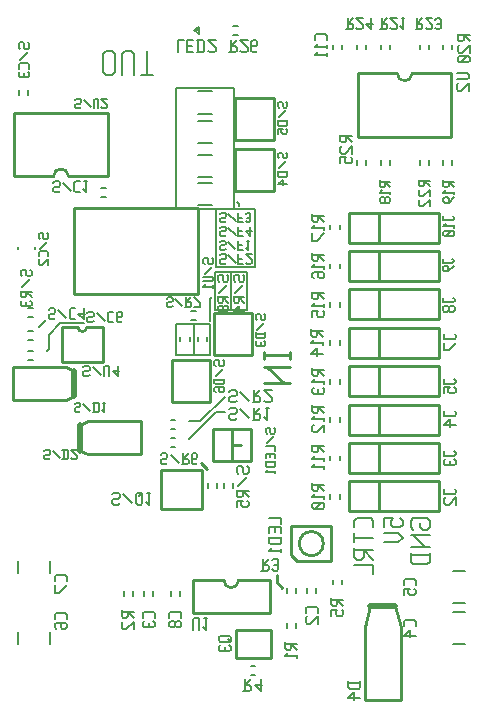
<source format=gbr>
G04 start of page 9 for group -4078 idx -4078 *
G04 Title: (unknown), bottomsilk *
G04 Creator: pcb 20110918 *
G04 CreationDate: Thu 16 Aug 2012 15:00:27 GMT UTC *
G04 For: rob *
G04 Format: Gerber/RS-274X *
G04 PCB-Dimensions: 165354 236220 *
G04 PCB-Coordinate-Origin: lower left *
%MOIN*%
%FSLAX25Y25*%
%LNBOTTOMSILK*%
%ADD114C,0.0200*%
%ADD113C,0.0080*%
%ADD112C,0.0079*%
%ADD111C,0.0087*%
%ADD110C,0.0100*%
%ADD109C,0.0079*%
G54D109*X77362Y170473D02*Y171260D01*
X69685Y169488D02*Y150394D01*
X82677Y150197D02*Y169488D01*
X69685Y150197D02*X82677D01*
X77363Y171259D02*X76576Y172046D01*
X75591Y169685D02*X56299D01*
X82677Y169488D02*X69685D01*
X75591Y210039D02*Y169685D01*
X56299Y210039D02*X75591D01*
X56299Y169685D02*Y210039D01*
G54D110*X64567Y85040D02*X66535Y83070D01*
X89764Y47637D02*Y45275D01*
X91732Y43307D01*
G54D109*X56299Y131299D02*Y121063D01*
X67717Y131299D02*X56299D01*
X67717Y121063D02*Y131299D01*
X62205D02*Y121063D01*
X56299D02*X67717D01*
X60630Y98818D02*X64173D01*
X72441Y107086D01*
X69685Y101967D02*X72441Y101968D01*
X60630Y92913D02*X69685Y101968D01*
X67520Y139568D02*X68110Y140158D01*
X67520Y132284D02*Y139568D01*
X69291Y136024D02*Y148622D01*
X79921Y136024D02*X69291D01*
X79921Y148622D02*Y136024D01*
X69291Y148622D02*X79921D01*
X74606D02*Y136024D01*
X13976Y123032D02*X13189Y122245D01*
X13976Y127756D02*Y123032D01*
X17717Y131496D02*X13976Y127756D01*
X12796Y132677D02*X10434Y130315D01*
X25591Y131496D02*X17717D01*
G54D111*X85586Y119683D02*Y121863D01*
Y120773D02*X94306D01*
Y119683D02*Y121863D01*
X85586Y117067D02*X94306D01*
X85586D02*X86676D01*
X92126Y111617D01*
X85586D02*X94306D01*
G54D109*X134621Y63436D02*X135396Y62661D01*
X134621Y63436D02*Y65761D01*
X135396Y66536D02*X134621Y65761D01*
X135396Y66536D02*X140046D01*
X140821Y65761D01*
Y63436D02*Y65761D01*
Y63436D02*X140046Y62661D01*
X138496D02*X140046D01*
X137721Y63436D02*X138496Y62661D01*
X137721Y63436D02*Y64986D01*
X134621Y60801D02*X140821D01*
X134621D02*X135396D01*
X139271Y56926D01*
X134621D02*X140821D01*
X134621Y54291D02*X140821D01*
X134621Y51966D02*X135396Y51191D01*
X140046D01*
X140821Y51966D02*X140046Y51191D01*
X140821Y51966D02*Y55066D01*
X134621Y51966D02*Y55066D01*
X125567Y63436D02*Y66536D01*
X128667D01*
X127892Y65761D01*
Y64211D02*Y65761D01*
Y64211D02*X128667Y63436D01*
X130992D01*
X131767Y64211D02*X130992Y63436D01*
X131767Y64211D02*Y65761D01*
X130992Y66536D02*X131767Y65761D01*
X125567Y61576D02*X130217D01*
X131767Y60026D01*
X130217Y58476D01*
X125567D02*X130217D01*
X121925Y63436D02*Y65761D01*
X121150Y66536D02*X121925Y65761D01*
X116500Y66536D02*X121150D01*
X116500D02*X115725Y65761D01*
Y63436D02*Y65761D01*
Y58476D02*Y61576D01*
Y60026D02*X121925D01*
X115725Y53516D02*Y56616D01*
Y53516D02*X116500Y52741D01*
X118050D01*
X118825Y53516D02*X118050Y52741D01*
X118825Y53516D02*Y55841D01*
X115725D02*X121925D01*
X118825D02*X121925Y52741D01*
X115725Y50881D02*X121925D01*
Y47781D02*Y50881D01*
G54D112*X31898Y215179D02*Y221119D01*
Y215179D02*X32888Y214189D01*
X34868D01*
X35858Y215179D01*
Y221119D01*
X34868Y222109D02*X35858Y221119D01*
X32888Y222109D02*X34868D01*
X31898Y221119D02*X32888Y222109D01*
X38234Y214189D02*Y221119D01*
X39224Y222109D01*
X41204D01*
X42194Y221119D01*
Y214189D02*Y221119D01*
X44570Y214189D02*X48530D01*
X46550D02*Y222109D01*
G54D113*X3544Y28542D02*Y24606D01*
X14172Y28542D02*Y24606D01*
Y52164D02*Y48228D01*
X3544Y52164D02*Y48228D01*
G54D110*X54938Y119224D02*X67738D01*
X54938D02*Y105324D01*
X67738D01*
Y119224D02*Y105324D01*
G54D109*X54492Y99146D02*X56066D01*
X54492Y96130D02*X56066D01*
X54492Y93240D02*X56066D01*
X54492Y90224D02*X56066D01*
X57610Y42161D02*Y40587D01*
X54594Y42161D02*Y40587D01*
X48752Y42161D02*Y40587D01*
X45736Y42161D02*Y40587D01*
X41861Y42161D02*Y40587D01*
X38845Y42161D02*Y40587D01*
G54D110*X51180Y82481D02*X65080D01*
Y69681D01*
X51180D02*X65080D01*
X51180Y82481D02*Y69681D01*
X26934Y87807D02*X24334Y89007D01*
X44534Y87807D02*X26934D01*
X44534Y98807D02*Y87807D01*
X26934Y98807D02*X44534D01*
X24334Y97607D02*X26934Y98807D01*
G54D114*X24334Y89007D02*Y97607D01*
G54D110*X19523Y116917D02*X22123Y115717D01*
X1923Y116917D02*X19523D01*
X1923D02*Y105917D01*
X19523D01*
X22123Y107117D02*X19523Y105917D01*
G54D114*X22123Y115717D02*Y107117D01*
G54D109*X63940Y227952D02*Y230314D01*
X62366Y229133D02*X63940Y230314D01*
X62366Y229133D02*X63940Y227952D01*
X62366Y229133D02*X63940D01*
G54D113*X63582Y180117D02*X68306D01*
X63582Y187597D02*X68306D01*
X63582Y201378D02*X68306D01*
X63582Y208858D02*X68306D01*
X63582Y170866D02*X68306D01*
X63582Y178346D02*X68306D01*
X63582Y191536D02*X68306D01*
X63582Y199016D02*X68306D01*
G54D110*X20413Y180439D02*X33479D01*
X2347D02*X15413D01*
X33479Y201651D02*Y180439D01*
X2347Y201651D02*X33479D01*
X2347D02*Y180439D01*
X20413D02*G75*G03X15413Y180439I-2500J0D01*G01*
G54D109*X31263Y176705D02*X32837D01*
X31263Y173689D02*X32837D01*
X4003Y209216D02*Y207642D01*
X7019Y209216D02*Y207642D01*
X75197Y227625D02*X76771D01*
X75197Y230641D02*X76771D01*
X110760Y100196D02*Y98622D01*
X107744Y100196D02*Y98622D01*
X110760Y74605D02*Y73031D01*
X107744Y74605D02*Y73031D01*
X110760Y87401D02*Y85827D01*
X107744Y87401D02*Y85827D01*
G54D110*X113937Y130000D02*X143937D01*
Y120000D01*
X113937D02*X143937D01*
X113937Y130000D02*Y120000D01*
X123937Y130000D02*Y120000D01*
X113937D02*X123937D01*
X113937Y117204D02*X143937D01*
Y107204D01*
X113937D02*X143937D01*
X113937Y117204D02*Y107204D01*
X123937Y117204D02*Y107204D01*
X113937D02*X123937D01*
X113937Y104409D02*X143937D01*
Y94409D01*
X113937D02*X143937D01*
X113937Y104409D02*Y94409D01*
X123937Y104409D02*Y94409D01*
X113937D02*X123937D01*
X113937Y91614D02*X143937D01*
Y81614D01*
X113937D02*X143937D01*
X113937Y91614D02*Y81614D01*
X123937Y91614D02*Y81614D01*
X113937D02*X123937D01*
G54D109*X110760Y112991D02*Y111417D01*
X107744Y112991D02*Y111417D01*
X110760Y125787D02*Y124213D01*
X107744Y125787D02*Y124213D01*
X110760Y149803D02*Y151377D01*
X107744Y149803D02*Y151377D01*
G54D110*X113937Y142795D02*X143937D01*
Y132795D01*
X113937D02*X143937D01*
X113937Y142795D02*Y132795D01*
X123937Y142795D02*Y132795D01*
X113937D02*X123937D01*
G54D109*X110760Y138582D02*Y137008D01*
X107744Y138582D02*Y137008D01*
G54D110*X113937Y155590D02*X143937D01*
Y145590D01*
X113937D02*X143937D01*
X113937Y155590D02*Y145590D01*
X123937Y155590D02*Y145590D01*
X113937D02*X123937D01*
X18148Y130241D02*Y118441D01*
X32048D01*
Y130241D02*Y118441D01*
X26648Y130241D02*X32048D01*
X18148D02*X23548D01*
G75*G03X26548Y130241I1500J0D01*G01*
G54D109*X7088Y133531D02*X8662D01*
X7088Y136547D02*X8662D01*
G54D110*X63618Y169812D02*Y141312D01*
X22218Y169812D02*X63618D01*
X22218D02*Y141312D01*
X63618D01*
G54D113*X3741Y156888D02*Y156102D01*
X9251Y156888D02*Y156102D01*
G54D109*X6854Y129067D02*X8428D01*
X6854Y126051D02*X8428D01*
X7087Y119358D02*X8661D01*
X7087Y122374D02*X8661D01*
G54D110*X81633Y120890D02*X68833D01*
X81633Y134790D02*Y120890D01*
X68833Y134790D02*X81633D01*
X68833Y120890D02*Y134790D01*
G54D109*X66469Y127004D02*Y125430D01*
X63453Y127004D02*Y125430D01*
X61185Y132744D02*X62759D01*
X61185Y135760D02*X62759D01*
X60761Y127004D02*Y125430D01*
X57745Y127004D02*Y125430D01*
X93373Y43306D02*Y41732D01*
X96389Y43306D02*Y41732D01*
X93374Y31495D02*Y29921D01*
X96390Y31495D02*Y29921D01*
X100067Y43306D02*Y41732D01*
X103083Y43306D02*Y41732D01*
X108728Y46062D02*Y44488D01*
X111744Y46062D02*Y44488D01*
G54D110*X94688Y54170D02*Y63970D01*
X108068D01*
Y52170D01*
X96688D01*
X94688Y54170D02*X96688Y52170D01*
X97378Y58070D02*G75*G03X97378Y58070I4000J0D01*G01*
X87456Y45881D02*Y34905D01*
X61834D02*X87456D01*
X61834Y45881D02*Y34905D01*
X77145Y45881D02*X87456D01*
X61834D02*X72145D01*
G75*G03X77145Y45881I2500J0D01*G01*
G54D109*X81103Y14240D02*X82677D01*
X81103Y17256D02*X82677D01*
G54D110*X76130Y19906D02*X88030D01*
X76130Y29306D02*Y19906D01*
Y29306D02*X88030D01*
Y19906D01*
X74803Y90944D02*X77803D01*
X74803Y96244D02*Y85644D01*
X68503D02*X81103D01*
Y96244D02*Y85644D01*
X68503Y96244D02*X81103D01*
X68503D02*Y85644D01*
G54D109*X66799Y78185D02*Y76611D01*
X69815Y78185D02*Y76611D01*
X72311Y78185D02*Y76611D01*
X75327Y78185D02*Y76611D01*
G54D113*X148623Y38386D02*X152559D01*
X148623Y49014D02*X152559D01*
X148623Y24607D02*X152559D01*
X148623Y35235D02*X152559D01*
G54D110*X113937Y78818D02*X143937D01*
Y68818D01*
X113937D02*X143937D01*
X113937Y78818D02*Y68818D01*
X123937Y78818D02*Y68818D01*
X113937D02*X123937D01*
X120991Y37106D02*X119291Y30106D01*
Y5806D01*
X131103D01*
Y30106D02*Y5806D01*
X129403Y37106D02*X131103Y30106D01*
G54D114*X120991Y37106D02*X129403D01*
G54D110*X88880Y192672D02*X76080D01*
X88880Y206572D02*Y192672D01*
X76080Y206572D02*X88880D01*
X76080Y192672D02*Y206572D01*
Y189611D02*X88880D01*
X76080D02*Y175711D01*
X88880D01*
Y189611D02*Y175711D01*
G54D109*X110760Y164369D02*Y162795D01*
X107744Y164369D02*Y162795D01*
G54D110*X113937Y168385D02*X143937D01*
Y158385D01*
X113937D02*X143937D01*
X113937Y168385D02*Y158385D01*
X123937Y168385D02*Y158385D01*
X113937D02*X123937D01*
G54D109*X108728Y224409D02*Y222835D01*
X111744Y224409D02*Y222835D01*
X148358Y224409D02*Y222835D01*
X145342Y224409D02*Y222835D01*
X127492Y224409D02*Y222835D01*
X124476Y224409D02*Y222835D01*
X137468Y224409D02*Y222835D01*
X140484Y224409D02*Y222835D01*
G54D110*X116914Y214837D02*X129980D01*
X134980D02*X148046D01*
X116914D02*Y193625D01*
X148046D01*
Y214837D02*Y193625D01*
X129980Y214837D02*G75*G03X134980Y214837I2500J0D01*G01*
G54D109*X116602Y224409D02*Y222835D01*
X119618Y224409D02*Y222835D01*
X140484Y185825D02*Y184251D01*
X137468Y185825D02*Y184251D01*
X145342Y185826D02*Y184252D01*
X148358Y185826D02*Y184252D01*
X119618Y185826D02*Y184252D01*
X116602Y185826D02*Y184252D01*
X124475Y185827D02*Y184253D01*
X127491Y185827D02*Y184253D01*
X56853Y221866D02*Y225866D01*
X58853D01*
X60053Y223866D02*X61553D01*
X60053Y225866D02*X62053D01*
X60053Y221866D02*Y225866D01*
Y221866D02*X62053D01*
X63753D02*Y225866D01*
X65253Y221866D02*X65753Y222366D01*
Y225366D01*
X65253Y225866D02*X65753Y225366D01*
X63253Y225866D02*X65253D01*
X63253Y221866D02*X65253D01*
X66953Y222366D02*X67453Y221866D01*
X68953D01*
X69453Y222366D01*
Y223366D01*
X66953Y225866D02*X69453Y223366D01*
X66953Y225866D02*X69453D01*
X90216Y203799D02*X90606Y203409D01*
X90216Y203799D02*Y204969D01*
X90606Y205359D02*X90216Y204969D01*
X90606Y205359D02*X91386D01*
X91776Y204969D01*
Y203799D02*Y204969D01*
Y203799D02*X92166Y203409D01*
X92946D01*
X93336Y203799D02*X92946Y203409D01*
X93336Y203799D02*Y204969D01*
X92946Y205359D02*X93336Y204969D01*
X92946Y202473D02*X90606Y200133D01*
X90216Y198807D02*X93336D01*
X90216Y197637D02*X90606Y197247D01*
X92946D01*
X93336Y197637D02*X92946Y197247D01*
X93336Y197637D02*Y199197D01*
X90216Y197637D02*Y199197D01*
Y194751D02*Y196311D01*
X91776D01*
X91386Y195921D01*
Y195141D02*Y195921D01*
Y195141D02*X91776Y194751D01*
X92946D01*
X93336Y195141D02*X92946Y194751D01*
X93336Y195141D02*Y195921D01*
X92946Y196311D02*X93336Y195921D01*
X24166Y203148D02*X24556Y203538D01*
X22996Y203148D02*X24166D01*
X22606Y203538D02*X22996Y203148D01*
X22606Y203538D02*Y204318D01*
X22996Y204708D01*
X24166D01*
X24556Y205098D01*
Y205878D01*
X24166Y206268D02*X24556Y205878D01*
X22996Y206268D02*X24166D01*
X22606Y205878D02*X22996Y206268D01*
X25492Y205878D02*X27832Y203538D01*
X28768Y203148D02*Y205878D01*
X29158Y206268D01*
X29938D01*
X30328Y205878D01*
Y203148D02*Y205878D01*
X31264Y203538D02*X31654Y203148D01*
X32824D01*
X33214Y203538D01*
Y204318D01*
X31264Y206268D02*X33214Y204318D01*
X31264Y206268D02*X33214D01*
X74016Y221866D02*X76016D01*
X76516Y222366D01*
Y223366D01*
X76016Y223866D02*X76516Y223366D01*
X74516Y223866D02*X76016D01*
X74516Y221866D02*Y225866D01*
Y223866D02*X76516Y225866D01*
X77716Y222366D02*X78216Y221866D01*
X79716D01*
X80216Y222366D01*
Y223366D01*
X77716Y225866D02*X80216Y223366D01*
X77716Y225866D02*X80216D01*
X82916Y221866D02*X83416Y222366D01*
X81916Y221866D02*X82916D01*
X81416Y222366D02*X81916Y221866D01*
X81416Y222366D02*Y225366D01*
X81916Y225866D01*
X82916Y223866D02*X83416Y224366D01*
X81416Y223866D02*X82916D01*
X81916Y225866D02*X82916D01*
X83416Y225366D01*
Y224366D02*Y225366D01*
X3843Y223417D02*X4288Y222972D01*
X3843Y223417D02*Y224752D01*
X4288Y225197D02*X3843Y224752D01*
X4288Y225197D02*X5178D01*
X5623Y224752D01*
Y223417D02*Y224752D01*
Y223417D02*X6068Y222972D01*
X6958D01*
X7403Y223417D02*X6958Y222972D01*
X7403Y223417D02*Y224752D01*
X6958Y225197D02*X7403Y224752D01*
X6958Y221904D02*X4288Y219234D01*
X7403Y216386D02*Y217721D01*
X6958Y218166D02*X7403Y217721D01*
X4288Y218166D02*X6958D01*
X4288D02*X3843Y217721D01*
Y216386D02*Y217721D01*
X4288Y215318D02*X3843Y214873D01*
Y213983D02*Y214873D01*
Y213983D02*X4288Y213538D01*
X6958D01*
X7403Y213983D02*X6958Y213538D01*
X7403Y213983D02*Y214873D01*
X6958Y215318D02*X7403Y214873D01*
X5623Y213538D02*Y214873D01*
X101593Y165913D02*Y167913D01*
Y165913D02*X102093Y165413D01*
X103093D01*
X103593Y165913D02*X103093Y165413D01*
X103593Y165913D02*Y167413D01*
X101593D02*X105593D01*
X103593D02*X105593Y165413D01*
Y162713D02*Y163713D01*
X101593Y163213D02*X105593D01*
X102593Y164213D02*X101593Y163213D01*
X105593Y161513D02*X103093Y159013D01*
X101593D02*X103093D01*
X101593D02*Y161513D01*
X145403Y165830D02*Y167165D01*
Y165830D02*X148518D01*
X148963Y166275D02*X148518Y165830D01*
X148963Y166275D02*Y166720D01*
X148518Y167165D02*X148963Y166720D01*
Y163427D02*Y164317D01*
X145403Y163872D02*X148963D01*
X146293Y164762D02*X145403Y163872D01*
X148518Y162359D02*X148963Y161914D01*
X145848Y162359D02*X148518D01*
X145848D02*X145403Y161914D01*
Y161024D02*Y161914D01*
Y161024D02*X145848Y160579D01*
X148518D01*
X148963Y161024D02*X148518Y160579D01*
X148963Y161024D02*Y161914D01*
X148073Y162359D02*X146293Y160579D01*
X10425Y160055D02*X10815Y159665D01*
X10425Y160055D02*Y161225D01*
X10815Y161615D02*X10425Y161225D01*
X10815Y161615D02*X11595D01*
X11985Y161225D01*
Y160055D02*Y161225D01*
Y160055D02*X12375Y159665D01*
X13155D01*
X13545Y160055D02*X13155Y159665D01*
X13545Y160055D02*Y161225D01*
X13155Y161615D02*X13545Y161225D01*
X13155Y158729D02*X10815Y156389D01*
X13545Y153893D02*Y155063D01*
X13155Y155453D02*X13545Y155063D01*
X10815Y155453D02*X13155D01*
X10815D02*X10425Y155063D01*
Y153893D02*Y155063D01*
X10815Y152957D02*X10425Y152567D01*
Y151397D02*Y152567D01*
Y151397D02*X10815Y151007D01*
X11595D01*
X13545Y152957D02*X11595Y151007D01*
X13545D02*Y152957D01*
X72425Y160622D02*X72815Y161012D01*
X71255Y160622D02*X72425D01*
X70865Y161012D02*X71255Y160622D01*
X70865Y161012D02*Y161792D01*
X71255Y162182D01*
X72425D01*
X72815Y162572D01*
Y163352D01*
X72425Y163742D02*X72815Y163352D01*
X71255Y163742D02*X72425D01*
X70865Y163352D02*X71255Y163742D01*
X73751Y163352D02*X76091Y161012D01*
X77027Y160622D02*Y163742D01*
Y160622D02*X78587D01*
X77027Y162182D02*X78197D01*
X79523D02*X81083Y160622D01*
X79523Y162182D02*X81473D01*
X81083Y160622D02*Y163742D01*
X90214Y186869D02*X90604Y186479D01*
X90214Y186869D02*Y188039D01*
X90604Y188429D02*X90214Y188039D01*
X90604Y188429D02*X91384D01*
X91774Y188039D01*
Y186869D02*Y188039D01*
Y186869D02*X92164Y186479D01*
X92944D01*
X93334Y186869D02*X92944Y186479D01*
X93334Y186869D02*Y188039D01*
X92944Y188429D02*X93334Y188039D01*
X92944Y185543D02*X90604Y183203D01*
X90214Y181877D02*X93334D01*
X90214Y180707D02*X90604Y180317D01*
X92944D01*
X93334Y180707D02*X92944Y180317D01*
X93334Y180707D02*Y182267D01*
X90214Y180707D02*Y182267D01*
X91774Y179381D02*X90214Y177821D01*
X91774Y177431D02*Y179381D01*
X90214Y177821D02*X93334D01*
X145379Y177354D02*Y179134D01*
Y177354D02*X145824Y176909D01*
X146714D01*
X147159Y177354D02*X146714Y176909D01*
X147159Y177354D02*Y178689D01*
X145379D02*X148939D01*
X147159D02*X148939Y176909D01*
Y174506D02*Y175396D01*
X145379Y174951D02*X148939D01*
X146269Y175841D02*X145379Y174951D01*
X148939Y173438D02*X147159Y171658D01*
X145824D02*X147159D01*
X145379Y172103D02*X145824Y171658D01*
X145379Y172103D02*Y172993D01*
X145824Y173438D02*X145379Y172993D01*
X145824Y173438D02*X146714D01*
X147159Y172993D01*
Y171658D02*Y172993D01*
X124117Y177354D02*Y179134D01*
Y177354D02*X124562Y176909D01*
X125452D01*
X125897Y177354D02*X125452Y176909D01*
X125897Y177354D02*Y178689D01*
X124117D02*X127677D01*
X125897D02*X127677Y176909D01*
Y174506D02*Y175396D01*
X124117Y174951D02*X127677D01*
X125007Y175841D02*X124117Y174951D01*
X127232Y173438D02*X127677Y172993D01*
X126342Y173438D02*X127232D01*
X126342D02*X125897Y172993D01*
Y172103D02*Y172993D01*
Y172103D02*X126342Y171658D01*
X127232D01*
X127677Y172103D02*X127232Y171658D01*
X127677Y172103D02*Y172993D01*
X125452Y173438D02*X125897Y172993D01*
X124562Y173438D02*X125452D01*
X124562D02*X124117Y172993D01*
Y172103D02*Y172993D01*
Y172103D02*X124562Y171658D01*
X125452D01*
X125897Y172103D02*X125452Y171658D01*
X72424Y155897D02*X72814Y156287D01*
X71254Y155897D02*X72424D01*
X70864Y156287D02*X71254Y155897D01*
X70864Y156287D02*Y157067D01*
X71254Y157457D01*
X72424D01*
X72814Y157847D01*
Y158627D01*
X72424Y159017D02*X72814Y158627D01*
X71254Y159017D02*X72424D01*
X70864Y158627D02*X71254Y159017D01*
X73750Y158627D02*X76090Y156287D01*
X77026Y155897D02*Y159017D01*
Y155897D02*X78586D01*
X77026Y157457D02*X78196D01*
X79912Y159017D02*X80692D01*
X80302Y155897D02*Y159017D01*
X79522Y156677D02*X80302Y155897D01*
X72425Y165150D02*X72815Y165540D01*
X71255Y165150D02*X72425D01*
X70865Y165540D02*X71255Y165150D01*
X70865Y165540D02*Y166320D01*
X71255Y166710D01*
X72425D01*
X72815Y167100D01*
Y167880D01*
X72425Y168270D02*X72815Y167880D01*
X71255Y168270D02*X72425D01*
X70865Y167880D02*X71255Y168270D01*
X73751Y167880D02*X76091Y165540D01*
X77027Y165150D02*Y168270D01*
Y165150D02*X78587D01*
X77027Y166710D02*X78197D01*
X79523Y165540D02*X79913Y165150D01*
X80693D01*
X81083Y165540D01*
Y167880D01*
X80693Y168270D02*X81083Y167880D01*
X79913Y168270D02*X80693D01*
X79523Y167880D02*X79913Y168270D01*
Y166710D02*X81083D01*
X72426Y151370D02*X72816Y151760D01*
X71256Y151370D02*X72426D01*
X70866Y151760D02*X71256Y151370D01*
X70866Y151760D02*Y152540D01*
X71256Y152930D01*
X72426D01*
X72816Y153320D01*
Y154100D01*
X72426Y154490D02*X72816Y154100D01*
X71256Y154490D02*X72426D01*
X70866Y154100D02*X71256Y154490D01*
X73752Y154100D02*X76092Y151760D01*
X77028Y151370D02*Y154490D01*
Y151370D02*X78588D01*
X77028Y152930D02*X78198D01*
X79524Y151760D02*X79914Y151370D01*
X81084D01*
X81474Y151760D01*
Y152540D01*
X79524Y154490D02*X81474Y152540D01*
X79524Y154490D02*X81474D01*
X137307Y177549D02*Y179329D01*
Y177549D02*X137752Y177104D01*
X138642D01*
X139087Y177549D02*X138642Y177104D01*
X139087Y177549D02*Y178884D01*
X137307D02*X140867D01*
X139087D02*X140867Y177104D01*
X137752Y176036D02*X137307Y175591D01*
Y174256D02*Y175591D01*
Y174256D02*X137752Y173811D01*
X138642D01*
X140867Y176036D02*X138642Y173811D01*
X140867D02*Y176036D01*
X137752Y172743D02*X137307Y172298D01*
Y170963D02*Y172298D01*
Y170963D02*X137752Y170518D01*
X138642D01*
X140867Y172743D02*X138642Y170518D01*
X140867D02*Y172743D01*
X111039Y192291D02*Y194291D01*
Y192291D02*X111539Y191791D01*
X112539D01*
X113039Y192291D02*X112539Y191791D01*
X113039Y192291D02*Y193791D01*
X111039D02*X115039D01*
X113039D02*X115039Y191791D01*
X111539Y190591D02*X111039Y190091D01*
Y188591D02*Y190091D01*
Y188591D02*X111539Y188091D01*
X112539D01*
X115039Y190591D02*X112539Y188091D01*
X115039D02*Y190591D01*
X111039Y184891D02*Y186891D01*
X113039D01*
X112539Y186391D01*
Y185391D02*Y186391D01*
Y185391D02*X113039Y184891D01*
X114539D01*
X115039Y185391D02*X114539Y184891D01*
X115039Y185391D02*Y186391D01*
X114539Y186891D02*X115039Y186391D01*
X101592Y152884D02*Y154884D01*
Y152884D02*X102092Y152384D01*
X103092D01*
X103592Y152884D02*X103092Y152384D01*
X103592Y152884D02*Y154384D01*
X101592D02*X105592D01*
X103592D02*X105592Y152384D01*
Y149684D02*Y150684D01*
X101592Y150184D02*X105592D01*
X102592Y151184D02*X101592Y150184D01*
Y146984D02*X102092Y146484D01*
X101592Y146984D02*Y147984D01*
X102092Y148484D02*X101592Y147984D01*
X102092Y148484D02*X105092D01*
X105592Y147984D01*
X103592Y146984D02*X104092Y146484D01*
X103592Y146984D02*Y148484D01*
X105592Y146984D02*Y147984D01*
Y146984D02*X105092Y146484D01*
X104092D02*X105092D01*
X145118Y138501D02*Y140001D01*
Y138501D02*X148618D01*
X149118Y139001D02*X148618Y138501D01*
X149118Y139001D02*Y139501D01*
X148618Y140001D02*X149118Y139501D01*
X148618Y137301D02*X149118Y136801D01*
X147618Y137301D02*X148618D01*
X147618D02*X147118Y136801D01*
Y135801D02*Y136801D01*
Y135801D02*X147618Y135301D01*
X148618D01*
X149118Y135801D02*X148618Y135301D01*
X149118Y135801D02*Y136801D01*
X146618Y137301D02*X147118Y136801D01*
X145618Y137301D02*X146618D01*
X145618D02*X145118Y136801D01*
Y135801D02*Y136801D01*
Y135801D02*X145618Y135301D01*
X146618D01*
X147118Y135801D02*X146618Y135301D01*
X145710Y126295D02*Y127795D01*
Y126295D02*X149210D01*
X149710Y126795D02*X149210Y126295D01*
X149710Y126795D02*Y127295D01*
X149210Y127795D02*X149710Y127295D01*
Y125095D02*X147210Y122595D01*
X145710D02*X147210D01*
X145710D02*Y125095D01*
X145205Y151656D02*Y152991D01*
Y151656D02*X148320D01*
X148765Y152101D02*X148320Y151656D01*
X148765Y152101D02*Y152546D01*
X148320Y152991D02*X148765Y152546D01*
Y150588D02*X146985Y148808D01*
X145650D02*X146985D01*
X145205Y149253D02*X145650Y148808D01*
X145205Y149253D02*Y150143D01*
X145650Y150588D02*X145205Y150143D01*
X145650Y150588D02*X146540D01*
X146985Y150143D01*
Y148808D02*Y150143D01*
X82892Y133062D02*X83282Y132672D01*
X82892Y133062D02*Y134232D01*
X83282Y134622D02*X82892Y134232D01*
X83282Y134622D02*X84062D01*
X84452Y134232D01*
Y133062D02*Y134232D01*
Y133062D02*X84842Y132672D01*
X85622D01*
X86012Y133062D02*X85622Y132672D01*
X86012Y133062D02*Y134232D01*
X85622Y134622D02*X86012Y134232D01*
X85622Y131736D02*X83282Y129396D01*
X82892Y128070D02*X86012D01*
X82892Y126900D02*X83282Y126510D01*
X85622D01*
X86012Y126900D02*X85622Y126510D01*
X86012Y126900D02*Y128460D01*
X82892Y126900D02*Y128460D01*
X83282Y125574D02*X82892Y125184D01*
Y124404D02*Y125184D01*
Y124404D02*X83282Y124014D01*
X85622D01*
X86012Y124404D02*X85622Y124014D01*
X86012Y124404D02*Y125184D01*
X85622Y125574D02*X86012Y125184D01*
X84452Y124014D02*Y125184D01*
X65387Y151624D02*X65777Y151234D01*
X65387Y151624D02*Y152794D01*
X65777Y153184D02*X65387Y152794D01*
X65777Y153184D02*X66557D01*
X66947Y152794D01*
Y151624D02*Y152794D01*
Y151624D02*X67337Y151234D01*
X68117D01*
X68507Y151624D02*X68117Y151234D01*
X68507Y151624D02*Y152794D01*
X68117Y153184D02*X68507Y152794D01*
X68117Y150298D02*X65777Y147958D01*
X65387Y147022D02*X68117D01*
X68507Y146632D01*
Y145852D02*Y146632D01*
Y145852D02*X68117Y145462D01*
X65387D02*X68117D01*
X68507Y143356D02*Y144136D01*
X65387Y143746D02*X68507D01*
X66167Y144526D02*X65387Y143746D01*
X75496Y145858D02*X75941Y145413D01*
X75496Y145858D02*Y147193D01*
X75941Y147638D02*X75496Y147193D01*
X75941Y147638D02*X76831D01*
X77276Y147193D01*
Y145858D02*Y147193D01*
Y145858D02*X77721Y145413D01*
X78611D01*
X79056Y145858D02*X78611Y145413D01*
X79056Y145858D02*Y147193D01*
X78611Y147638D02*X79056Y147193D01*
X78611Y144345D02*X75941Y141675D01*
X75496Y138827D02*Y140607D01*
Y138827D02*X75941Y138382D01*
X76831D01*
X77276Y138827D02*X76831Y138382D01*
X77276Y138827D02*Y140162D01*
X75496D02*X79056D01*
X77276D02*X79056Y138382D01*
X77276Y137314D02*X75496Y135534D01*
X77276Y135089D02*Y137314D01*
X75496Y135534D02*X79056D01*
X70181Y145858D02*X70626Y145413D01*
X70181Y145858D02*Y147193D01*
X70626Y147638D02*X70181Y147193D01*
X70626Y147638D02*X71516D01*
X71961Y147193D01*
Y145858D02*Y147193D01*
Y145858D02*X72406Y145413D01*
X73296D01*
X73741Y145858D02*X73296Y145413D01*
X73741Y145858D02*Y147193D01*
X73296Y147638D02*X73741Y147193D01*
X73296Y144345D02*X70626Y141675D01*
X70181Y138827D02*Y140607D01*
Y138827D02*X70626Y138382D01*
X71516D01*
X71961Y138827D02*X71516Y138382D01*
X71961Y138827D02*Y140162D01*
X70181D02*X73741D01*
X71961D02*X73741Y138382D01*
X73296Y137314D02*X73741Y136869D01*
X72406Y137314D02*X73296D01*
X72406D02*X71961Y136869D01*
Y135979D02*Y136869D01*
Y135979D02*X72406Y135534D01*
X73296D01*
X73741Y135979D02*X73296Y135534D01*
X73741Y135979D02*Y136869D01*
X71516Y137314D02*X71961Y136869D01*
X70626Y137314D02*X71516D01*
X70626D02*X70181Y136869D01*
Y135979D02*Y136869D01*
Y135979D02*X70626Y135534D01*
X71516D01*
X71961Y135979D02*X71516Y135534D01*
X101591Y140055D02*Y142055D01*
Y140055D02*X102091Y139555D01*
X103091D01*
X103591Y140055D02*X103091Y139555D01*
X103591Y140055D02*Y141555D01*
X101591D02*X105591D01*
X103591D02*X105591Y139555D01*
Y136855D02*Y137855D01*
X101591Y137355D02*X105591D01*
X102591Y138355D02*X101591Y137355D01*
Y133655D02*Y135655D01*
X103591D01*
X103091Y135155D01*
Y134155D02*Y135155D01*
Y134155D02*X103591Y133655D01*
X105091D01*
X105591Y134155D02*X105091Y133655D01*
X105591Y134155D02*Y135155D01*
X105091Y135655D02*X105591Y135155D01*
X54710Y137000D02*X55100Y137390D01*
X53540Y137000D02*X54710D01*
X53150Y137390D02*X53540Y137000D01*
X53150Y137390D02*Y138170D01*
X53540Y138560D01*
X54710D01*
X55100Y138950D01*
Y139730D01*
X54710Y140120D02*X55100Y139730D01*
X53540Y140120D02*X54710D01*
X53150Y139730D02*X53540Y140120D01*
X56036Y139730D02*X58376Y137390D01*
X59312Y137000D02*X60872D01*
X61262Y137390D01*
Y138170D01*
X60872Y138560D02*X61262Y138170D01*
X59702Y138560D02*X60872D01*
X59702Y137000D02*Y140120D01*
Y138560D02*X61262Y140120D01*
X62198D02*X64148Y138170D01*
Y137000D02*Y138170D01*
X62198Y137000D02*X64148D01*
X15560Y132977D02*X16005Y133422D01*
X14225Y132977D02*X15560D01*
X13780Y133422D02*X14225Y132977D01*
X13780Y133422D02*Y134312D01*
X14225Y134757D01*
X15560D01*
X16005Y135202D01*
Y136092D01*
X15560Y136537D02*X16005Y136092D01*
X14225Y136537D02*X15560D01*
X13780Y136092D02*X14225Y136537D01*
X17073Y136092D02*X19743Y133422D01*
X21256Y136537D02*X22591D01*
X20811Y136092D02*X21256Y136537D01*
X20811Y133422D02*Y136092D01*
Y133422D02*X21256Y132977D01*
X22591D01*
X23659Y134757D02*X25439Y132977D01*
X23659Y134757D02*X25884D01*
X25439Y132977D02*Y136537D01*
X28355Y131795D02*X28800Y132240D01*
X27020Y131795D02*X28355D01*
X26575Y132240D02*X27020Y131795D01*
X26575Y132240D02*Y133130D01*
X27020Y133575D01*
X28355D01*
X28800Y134020D01*
Y134910D01*
X28355Y135355D02*X28800Y134910D01*
X27020Y135355D02*X28355D01*
X26575Y134910D02*X27020Y135355D01*
X29868Y134910D02*X32538Y132240D01*
X34051Y135355D02*X35386D01*
X33606Y134910D02*X34051Y135355D01*
X33606Y132240D02*Y134910D01*
Y132240D02*X34051Y131795D01*
X35386D01*
X37789D02*X38234Y132240D01*
X36899Y131795D02*X37789D01*
X36454Y132240D02*X36899Y131795D01*
X36454Y132240D02*Y134910D01*
X36899Y135355D01*
X37789Y133575D02*X38234Y134020D01*
X36454Y133575D02*X37789D01*
X36899Y135355D02*X37789D01*
X38234Y134910D01*
Y134020D02*Y134910D01*
X4629Y147629D02*X5074Y147184D01*
X4629Y147629D02*Y148964D01*
X5074Y149409D02*X4629Y148964D01*
X5074Y149409D02*X5964D01*
X6409Y148964D01*
Y147629D02*Y148964D01*
Y147629D02*X6854Y147184D01*
X7744D01*
X8189Y147629D02*X7744Y147184D01*
X8189Y147629D02*Y148964D01*
X7744Y149409D02*X8189Y148964D01*
X7744Y146116D02*X5074Y143446D01*
X4629Y140598D02*Y142378D01*
Y140598D02*X5074Y140153D01*
X5964D01*
X6409Y140598D02*X5964Y140153D01*
X6409Y140598D02*Y141933D01*
X4629D02*X8189D01*
X6409D02*X8189Y140153D01*
X5074Y139085D02*X4629Y138640D01*
Y137750D02*Y138640D01*
Y137750D02*X5074Y137305D01*
X7744D01*
X8189Y137750D02*X7744Y137305D01*
X8189Y137750D02*Y138640D01*
X7744Y139085D02*X8189Y138640D01*
X6409Y137305D02*Y138640D01*
X17135Y175299D02*X17580Y175744D01*
X15800Y175299D02*X17135D01*
X15355Y175744D02*X15800Y175299D01*
X15355Y175744D02*Y176634D01*
X15800Y177079D01*
X17135D01*
X17580Y177524D01*
Y178414D01*
X17135Y178859D02*X17580Y178414D01*
X15800Y178859D02*X17135D01*
X15355Y178414D02*X15800Y178859D01*
X18648Y178414D02*X21318Y175744D01*
X22831Y178859D02*X24166D01*
X22386Y178414D02*X22831Y178859D01*
X22386Y175744D02*Y178414D01*
Y175744D02*X22831Y175299D01*
X24166D01*
X25679Y178859D02*X26569D01*
X26124Y175299D02*Y178859D01*
X25234Y176189D02*X26124Y175299D01*
X149824Y214792D02*X153324D01*
X153824Y214292D01*
Y213292D02*Y214292D01*
Y213292D02*X153324Y212792D01*
X149824D02*X153324D01*
X150324Y211592D02*X149824Y211092D01*
Y209592D02*Y211092D01*
Y209592D02*X150324Y209092D01*
X151324D01*
X153824Y211592D02*X151324Y209092D01*
X153824D02*Y211592D01*
X150210Y225954D02*Y227954D01*
Y225954D02*X150710Y225454D01*
X151710D01*
X152210Y225954D02*X151710Y225454D01*
X152210Y225954D02*Y227454D01*
X150210D02*X154210D01*
X152210D02*X154210Y225454D01*
X150710Y224254D02*X150210Y223754D01*
Y222254D02*Y223754D01*
Y222254D02*X150710Y221754D01*
X151710D01*
X154210Y224254D02*X151710Y221754D01*
X154210D02*Y224254D01*
X153710Y220554D02*X154210Y220054D01*
X150710Y220554D02*X153710D01*
X150710D02*X150210Y220054D01*
Y219054D02*Y220054D01*
Y219054D02*X150710Y218554D01*
X153710D01*
X154210Y219054D02*X153710Y218554D01*
X154210Y219054D02*Y220054D01*
X153210Y220554D02*X151210Y218554D01*
X106575Y225878D02*Y227378D01*
X106075Y227878D02*X106575Y227378D01*
X103075Y227878D02*X106075D01*
X103075D02*X102575Y227378D01*
Y225878D02*Y227378D01*
X106575Y223178D02*Y224178D01*
X102575Y223678D02*X106575D01*
X103575Y224678D02*X102575Y223678D01*
X106575Y220478D02*Y221478D01*
X102575Y220978D02*X106575D01*
X103575Y221978D02*X102575Y220978D01*
X124409Y229629D02*X126189D01*
X126634Y230074D01*
Y230964D01*
X126189Y231409D02*X126634Y230964D01*
X124854Y231409D02*X126189D01*
X124854Y229629D02*Y233189D01*
Y231409D02*X126634Y233189D01*
X127702Y230074D02*X128147Y229629D01*
X129482D01*
X129927Y230074D01*
Y230964D01*
X127702Y233189D02*X129927Y230964D01*
X127702Y233189D02*X129927D01*
X131440D02*X132330D01*
X131885Y229629D02*Y233189D01*
X130995Y230519D02*X131885Y229629D01*
X136151D02*X137931D01*
X138376Y230074D01*
Y230964D01*
X137931Y231409D02*X138376Y230964D01*
X136596Y231409D02*X137931D01*
X136596Y229629D02*Y233189D01*
Y231409D02*X138376Y233189D01*
X139444Y230074D02*X139889Y229629D01*
X141224D01*
X141669Y230074D01*
Y230964D01*
X139444Y233189D02*X141669Y230964D01*
X139444Y233189D02*X141669D01*
X142737Y230074D02*X143182Y229629D01*
X144072D01*
X144517Y230074D01*
Y232744D01*
X144072Y233189D02*X144517Y232744D01*
X143182Y233189D02*X144072D01*
X142737Y232744D02*X143182Y233189D01*
Y231409D02*X144517D01*
X112992Y229632D02*X114772D01*
X115217Y230077D01*
Y230967D01*
X114772Y231412D02*X115217Y230967D01*
X113437Y231412D02*X114772D01*
X113437Y229632D02*Y233192D01*
Y231412D02*X115217Y233192D01*
X116285Y230077D02*X116730Y229632D01*
X118065D01*
X118510Y230077D01*
Y230967D01*
X116285Y233192D02*X118510Y230967D01*
X116285Y233192D02*X118510D01*
X119578Y231412D02*X121358Y229632D01*
X119578Y231412D02*X121803D01*
X121358Y229632D02*Y233192D01*
X27015Y113788D02*X27460Y114233D01*
X25680Y113788D02*X27015D01*
X25235Y114233D02*X25680Y113788D01*
X25235Y114233D02*Y115123D01*
X25680Y115568D01*
X27015D01*
X27460Y116013D01*
Y116903D01*
X27015Y117348D02*X27460Y116903D01*
X25680Y117348D02*X27015D01*
X25235Y116903D02*X25680Y117348D01*
X28528Y116903D02*X31198Y114233D01*
X32266Y113788D02*Y116903D01*
X32711Y117348D01*
X33601D01*
X34046Y116903D01*
Y113788D02*Y116903D01*
X35114Y115568D02*X36894Y113788D01*
X35114Y115568D02*X37339D01*
X36894Y113788D02*Y117348D01*
X69071Y117665D02*X69461Y117275D01*
X69071Y117665D02*Y118835D01*
X69461Y119225D02*X69071Y118835D01*
X69461Y119225D02*X70241D01*
X70631Y118835D01*
Y117665D02*Y118835D01*
Y117665D02*X71021Y117275D01*
X71801D01*
X72191Y117665D02*X71801Y117275D01*
X72191Y117665D02*Y118835D01*
X71801Y119225D02*X72191Y118835D01*
X71801Y116339D02*X69461Y113999D01*
X69071Y112673D02*X72191D01*
X69071Y111503D02*X69461Y111113D01*
X71801D01*
X72191Y111503D02*X71801Y111113D01*
X72191Y111503D02*Y113063D01*
X69071Y111503D02*Y113063D01*
Y109007D02*X69461Y108617D01*
X69071Y109007D02*Y109787D01*
X69461Y110177D02*X69071Y109787D01*
X69461Y110177D02*X71801D01*
X72191Y109787D01*
X70631Y109007D02*X71021Y108617D01*
X70631Y109007D02*Y110177D01*
X72191Y109007D02*Y109787D01*
Y109007D02*X71801Y108617D01*
X71021D02*X71801D01*
X86122Y95131D02*X86512Y94741D01*
X86122Y95131D02*Y96301D01*
X86512Y96691D02*X86122Y96301D01*
X86512Y96691D02*X87292D01*
X87682Y96301D01*
Y95131D02*Y96301D01*
Y95131D02*X88072Y94741D01*
X88852D01*
X89242Y95131D02*X88852Y94741D01*
X89242Y95131D02*Y96301D01*
X88852Y96691D02*X89242Y96301D01*
X88852Y93805D02*X86512Y91465D01*
X86122Y90529D02*X89242D01*
Y88969D02*Y90529D01*
X87682Y86863D02*Y88033D01*
X89242Y86473D02*Y88033D01*
X86122D02*X89242D01*
X86122Y86473D02*Y88033D01*
Y85147D02*X89242D01*
X86122Y83977D02*X86512Y83587D01*
X88852D01*
X89242Y83977D02*X88852Y83587D01*
X89242Y83977D02*Y85537D01*
X86122Y83977D02*Y85537D01*
X89242Y81481D02*Y82261D01*
X86122Y81871D02*X89242D01*
X86902Y82651D02*X86122Y81871D01*
X24002Y101884D02*X24392Y102274D01*
X22832Y101884D02*X24002D01*
X22442Y102274D02*X22832Y101884D01*
X22442Y102274D02*Y103054D01*
X22832Y103444D01*
X24002D01*
X24392Y103834D01*
Y104614D01*
X24002Y105004D02*X24392Y104614D01*
X22832Y105004D02*X24002D01*
X22442Y104614D02*X22832Y105004D01*
X25328Y104614D02*X27668Y102274D01*
X28994Y101884D02*Y105004D01*
X30164Y101884D02*X30554Y102274D01*
Y104614D01*
X30164Y105004D02*X30554Y104614D01*
X28604Y105004D02*X30164D01*
X28604Y101884D02*X30164D01*
X31880Y105004D02*X32660D01*
X32270Y101884D02*Y105004D01*
X31490Y102664D02*X32270Y101884D01*
X13766Y86135D02*X14156Y86525D01*
X12596Y86135D02*X13766D01*
X12206Y86525D02*X12596Y86135D01*
X12206Y86525D02*Y87305D01*
X12596Y87695D01*
X13766D01*
X14156Y88085D01*
Y88865D01*
X13766Y89255D02*X14156Y88865D01*
X12596Y89255D02*X13766D01*
X12206Y88865D02*X12596Y89255D01*
X15092Y88865D02*X17432Y86525D01*
X18758Y86135D02*Y89255D01*
X19928Y86135D02*X20318Y86525D01*
Y88865D01*
X19928Y89255D02*X20318Y88865D01*
X18368Y89255D02*X19928D01*
X18368Y86135D02*X19928D01*
X21254Y86525D02*X21644Y86135D01*
X22814D01*
X23204Y86525D01*
Y87305D01*
X21254Y89255D02*X23204Y87305D01*
X21254Y89255D02*X23204D01*
X52963Y84551D02*X53408Y84996D01*
X51628Y84551D02*X52963D01*
X51183Y84996D02*X51628Y84551D01*
X51183Y84996D02*Y85886D01*
X51628Y86331D01*
X52963D01*
X53408Y86776D01*
Y87666D01*
X52963Y88111D02*X53408Y87666D01*
X51628Y88111D02*X52963D01*
X51183Y87666D02*X51628Y88111D01*
X54476Y87666D02*X57146Y84996D01*
X58214Y84551D02*X59994D01*
X60439Y84996D01*
Y85886D01*
X59994Y86331D02*X60439Y85886D01*
X58659Y86331D02*X59994D01*
X58659Y84551D02*Y88111D01*
Y86331D02*X60439Y88111D01*
X62842Y84551D02*X63287Y84996D01*
X61952Y84551D02*X62842D01*
X61507Y84996D02*X61952Y84551D01*
X61507Y84996D02*Y87666D01*
X61952Y88111D01*
X62842Y86331D02*X63287Y86776D01*
X61507Y86331D02*X62842D01*
X61952Y88111D02*X62842D01*
X63287Y87666D01*
Y86776D02*Y87666D01*
X76016Y99426D02*X76516Y99926D01*
X74516Y99426D02*X76016D01*
X74016Y99926D02*X74516Y99426D01*
X74016Y99926D02*Y100926D01*
X74516Y101426D01*
X76016D01*
X76516Y101926D01*
Y102926D01*
X76016Y103426D02*X76516Y102926D01*
X74516Y103426D02*X76016D01*
X74016Y102926D02*X74516Y103426D01*
X77716Y102926D02*X80716Y99926D01*
X81916Y99426D02*X83916D01*
X84416Y99926D01*
Y100926D01*
X83916Y101426D02*X84416Y100926D01*
X82416Y101426D02*X83916D01*
X82416Y99426D02*Y103426D01*
Y101426D02*X84416Y103426D01*
X86116D02*X87116D01*
X86616Y99426D02*Y103426D01*
X85616Y100426D02*X86616Y99426D01*
X76015Y105135D02*X76515Y105635D01*
X74515Y105135D02*X76015D01*
X74015Y105635D02*X74515Y105135D01*
X74015Y105635D02*Y106635D01*
X74515Y107135D01*
X76015D01*
X76515Y107635D01*
Y108635D01*
X76015Y109135D02*X76515Y108635D01*
X74515Y109135D02*X76015D01*
X74015Y108635D02*X74515Y109135D01*
X77715Y108635D02*X80715Y105635D01*
X81915Y105135D02*X83915D01*
X84415Y105635D01*
Y106635D01*
X83915Y107135D02*X84415Y106635D01*
X82415Y107135D02*X83915D01*
X82415Y105135D02*Y109135D01*
Y107135D02*X84415Y109135D01*
X85615Y105635D02*X86115Y105135D01*
X87615D01*
X88115Y105635D01*
Y106635D01*
X85615Y109135D02*X88115Y106635D01*
X85615Y109135D02*X88115D01*
X136101Y44259D02*Y45759D01*
X135601Y46259D02*X136101Y45759D01*
X132601Y46259D02*X135601D01*
X132601D02*X132101Y45759D01*
Y44259D02*Y45759D01*
Y41059D02*Y43059D01*
X134101D01*
X133601Y42559D01*
Y41559D02*Y42559D01*
Y41559D02*X134101Y41059D01*
X135601D01*
X136101Y41559D02*X135601Y41059D01*
X136101Y41559D02*Y42559D01*
X135601Y43059D02*X136101Y42559D01*
X145707Y100704D02*Y102204D01*
Y100704D02*X149207D01*
X149707Y101204D02*X149207Y100704D01*
X149707Y101204D02*Y101704D01*
X149207Y102204D02*X149707Y101704D01*
X147707Y99504D02*X145707Y97504D01*
X147707Y97004D02*Y99504D01*
X145707Y97504D02*X149707D01*
X145512Y87319D02*Y88819D01*
Y87319D02*X149012D01*
X149512Y87819D02*X149012Y87319D01*
X149512Y87819D02*Y88319D01*
X149012Y88819D02*X149512Y88319D01*
X146012Y86119D02*X145512Y85619D01*
Y84619D02*Y85619D01*
Y84619D02*X146012Y84119D01*
X149012D01*
X149512Y84619D02*X149012Y84119D01*
X149512Y84619D02*Y85619D01*
X149012Y86119D02*X149512Y85619D01*
X147512Y84119D02*Y85619D01*
X145708Y74721D02*Y76221D01*
Y74721D02*X149208D01*
X149708Y75221D02*X149208Y74721D01*
X149708Y75221D02*Y75721D01*
X149208Y76221D02*X149708Y75721D01*
X146208Y73521D02*X145708Y73021D01*
Y71521D02*Y73021D01*
Y71521D02*X146208Y71021D01*
X147208D01*
X149708Y73521D02*X147208Y71021D01*
X149708D02*Y73521D01*
X101591Y102134D02*Y104134D01*
Y102134D02*X102091Y101634D01*
X103091D01*
X103591Y102134D02*X103091Y101634D01*
X103591Y102134D02*Y103634D01*
X101591D02*X105591D01*
X103591D02*X105591Y101634D01*
Y98934D02*Y99934D01*
X101591Y99434D02*X105591D01*
X102591Y100434D02*X101591Y99434D01*
X102091Y97734D02*X101591Y97234D01*
Y95734D02*Y97234D01*
Y95734D02*X102091Y95234D01*
X103091D01*
X105591Y97734D02*X103091Y95234D01*
X105591D02*Y97734D01*
X101592Y76147D02*Y78147D01*
Y76147D02*X102092Y75647D01*
X103092D01*
X103592Y76147D02*X103092Y75647D01*
X103592Y76147D02*Y77647D01*
X101592D02*X105592D01*
X103592D02*X105592Y75647D01*
Y72947D02*Y73947D01*
X101592Y73447D02*X105592D01*
X102592Y74447D02*X101592Y73447D01*
X105092Y71747D02*X105592Y71247D01*
X102092Y71747D02*X105092D01*
X102092D02*X101592Y71247D01*
Y70247D02*Y71247D01*
Y70247D02*X102092Y69747D01*
X105092D01*
X105592Y70247D02*X105092Y69747D01*
X105592Y70247D02*Y71247D01*
X104592Y71747D02*X102592Y69747D01*
X101591Y114465D02*Y116465D01*
Y114465D02*X102091Y113965D01*
X103091D01*
X103591Y114465D02*X103091Y113965D01*
X103591Y114465D02*Y115965D01*
X101591D02*X105591D01*
X103591D02*X105591Y113965D01*
Y111265D02*Y112265D01*
X101591Y111765D02*X105591D01*
X102591Y112765D02*X101591Y111765D01*
X102091Y110065D02*X101591Y109565D01*
Y108565D02*Y109565D01*
Y108565D02*X102091Y108065D01*
X105091D01*
X105591Y108565D02*X105091Y108065D01*
X105591Y108565D02*Y109565D01*
X105091Y110065D02*X105591Y109565D01*
X103591Y108065D02*Y109565D01*
X101591Y88944D02*Y90944D01*
Y88944D02*X102091Y88444D01*
X103091D01*
X103591Y88944D02*X103091Y88444D01*
X103591Y88944D02*Y90444D01*
X101591D02*X105591D01*
X103591D02*X105591Y88444D01*
Y85744D02*Y86744D01*
X101591Y86244D02*X105591D01*
X102591Y87244D02*X101591Y86244D01*
X105591Y83044D02*Y84044D01*
X101591Y83544D02*X105591D01*
X102591Y84544D02*X101591Y83544D01*
X101393Y127525D02*Y129525D01*
Y127525D02*X101893Y127025D01*
X102893D01*
X103393Y127525D02*X102893Y127025D01*
X103393Y127525D02*Y129025D01*
X101393D02*X105393D01*
X103393D02*X105393Y127025D01*
Y124325D02*Y125325D01*
X101393Y124825D02*X105393D01*
X102393Y125825D02*X101393Y124825D01*
X103393Y123125D02*X101393Y121125D01*
X103393Y120625D02*Y123125D01*
X101393Y121125D02*X105393D01*
X145511Y111334D02*Y112834D01*
Y111334D02*X149011D01*
X149511Y111834D02*X149011Y111334D01*
X149511Y111834D02*Y112334D01*
X149011Y112834D02*X149511Y112334D01*
X145511Y108134D02*Y110134D01*
X147511D01*
X147011Y109634D01*
Y108634D02*Y109634D01*
Y108634D02*X147511Y108134D01*
X149011D01*
X149511Y108634D02*X149011Y108134D01*
X149511Y108634D02*Y109634D01*
X149011Y110134D02*X149511Y109634D01*
X136100Y30480D02*Y31980D01*
X135600Y32480D02*X136100Y31980D01*
X132600Y32480D02*X135600D01*
X132600D02*X132100Y31980D01*
Y30480D02*Y31980D01*
X134100Y29280D02*X132100Y27280D01*
X134100Y26780D02*Y29280D01*
X132100Y27280D02*X136100D01*
X103427Y35007D02*Y36507D01*
X102927Y37007D02*X103427Y36507D01*
X99927Y37007D02*X102927D01*
X99927D02*X99427Y36507D01*
Y35007D02*Y36507D01*
X99927Y33807D02*X99427Y33307D01*
Y31807D02*Y33307D01*
Y31807D02*X99927Y31307D01*
X100927D01*
X103427Y33807D02*X100927Y31307D01*
X103427D02*Y33807D01*
X108087Y37764D02*Y39764D01*
Y37764D02*X108587Y37264D01*
X109587D01*
X110087Y37764D02*X109587Y37264D01*
X110087Y37764D02*Y39264D01*
X108087D02*X112087D01*
X110087D02*X112087Y37264D01*
X108087Y34064D02*Y36064D01*
X110087D01*
X109587Y35564D01*
Y34564D02*Y35564D01*
Y34564D02*X110087Y34064D01*
X111587D01*
X112087Y34564D02*X111587Y34064D01*
X112087Y34564D02*Y35564D01*
X111587Y36064D02*X112087Y35564D01*
X113741Y11704D02*X117741D01*
X113741Y10204D02*X114241Y9704D01*
X117241D01*
X117741Y10204D02*X117241Y9704D01*
X117741Y10204D02*Y12204D01*
X113741Y10204D02*Y12204D01*
X115741Y8504D02*X113741Y6504D01*
X115741Y6004D02*Y8504D01*
X113741Y6504D02*X117741D01*
X37039Y71043D02*X37539Y71543D01*
X35539Y71043D02*X37039D01*
X35039Y71543D02*X35539Y71043D01*
X35039Y71543D02*Y72543D01*
X35539Y73043D01*
X37039D01*
X37539Y73543D01*
Y74543D01*
X37039Y75043D02*X37539Y74543D01*
X35539Y75043D02*X37039D01*
X35039Y74543D02*X35539Y75043D01*
X38739Y74543D02*X41739Y71543D01*
X42939D02*Y74543D01*
Y71543D02*X43439Y71043D01*
X44439D01*
X44939Y71543D01*
Y74543D01*
X44439Y75043D02*X44939Y74543D01*
X43439Y75043D02*X44439D01*
X42939Y74543D02*X43439Y75043D01*
X43939Y74043D02*X44939Y75043D01*
X46639D02*X47639D01*
X47139Y71043D02*Y75043D01*
X46139Y72043D02*X47139Y71043D01*
X76590Y81928D02*X77090Y81428D01*
X76590Y81928D02*Y83428D01*
X77090Y83928D02*X76590Y83428D01*
X77090Y83928D02*X78090D01*
X78590Y83428D01*
Y81928D02*Y83428D01*
Y81928D02*X79090Y81428D01*
X80090D01*
X80590Y81928D02*X80090Y81428D01*
X80590Y81928D02*Y83428D01*
X80090Y83928D02*X80590Y83428D01*
X80090Y80228D02*X77090Y77228D01*
X76590Y74028D02*Y76028D01*
Y74028D02*X77090Y73528D01*
X78090D01*
X78590Y74028D02*X78090Y73528D01*
X78590Y74028D02*Y75528D01*
X76590D02*X80590D01*
X78590D02*X80590Y73528D01*
X76590Y70328D02*Y72328D01*
X78590D01*
X78090Y71828D01*
Y70828D02*Y71828D01*
Y70828D02*X78590Y70328D01*
X80090D01*
X80590Y70828D02*X80090Y70328D01*
X80590Y70828D02*Y71828D01*
X80090Y72328D02*X80590Y71828D01*
X19762Y32842D02*Y34342D01*
X19262Y34842D02*X19762Y34342D01*
X16262Y34842D02*X19262D01*
X16262D02*X15762Y34342D01*
Y32842D02*Y34342D01*
Y30142D02*X16262Y29642D01*
X15762Y30142D02*Y31142D01*
X16262Y31642D02*X15762Y31142D01*
X16262Y31642D02*X19262D01*
X19762Y31142D01*
X17762Y30142D02*X18262Y29642D01*
X17762Y30142D02*Y31642D01*
X19762Y30142D02*Y31142D01*
Y30142D02*X19262Y29642D01*
X18262D02*X19262D01*
X49096Y33396D02*Y34896D01*
X48596Y35396D02*X49096Y34896D01*
X45596Y35396D02*X48596D01*
X45596D02*X45096Y34896D01*
Y33396D02*Y34896D01*
X45596Y32196D02*X45096Y31696D01*
Y30696D02*Y31696D01*
Y30696D02*X45596Y30196D01*
X48596D01*
X49096Y30696D02*X48596Y30196D01*
X49096Y30696D02*Y31696D01*
X48596Y32196D02*X49096Y31696D01*
X47096Y30196D02*Y31696D01*
X38205Y33789D02*Y35789D01*
Y33789D02*X38705Y33289D01*
X39705D01*
X40205Y33789D02*X39705Y33289D01*
X40205Y33789D02*Y35289D01*
X38205D02*X42205D01*
X40205D02*X42205Y33289D01*
X38705Y32089D02*X38205Y31589D01*
Y30089D02*Y31589D01*
Y30089D02*X38705Y29589D01*
X39705D01*
X42205Y32089D02*X39705Y29589D01*
X42205D02*Y32089D01*
X61938Y29409D02*Y32909D01*
X62438Y33409D01*
X63438D01*
X63938Y32909D01*
Y29409D02*Y32909D01*
X65638Y33409D02*X66638D01*
X66138Y29409D02*Y33409D01*
X65138Y30409D02*X66138Y29409D01*
X57954Y33396D02*Y34896D01*
X57454Y35396D02*X57954Y34896D01*
X54454Y35396D02*X57454D01*
X54454D02*X53954Y34896D01*
Y33396D02*Y34896D01*
X57454Y32196D02*X57954Y31696D01*
X56454Y32196D02*X57454D01*
X56454D02*X55954Y31696D01*
Y30696D02*Y31696D01*
Y30696D02*X56454Y30196D01*
X57454D01*
X57954Y30696D02*X57454Y30196D01*
X57954Y30696D02*Y31696D01*
X55454Y32196D02*X55954Y31696D01*
X54454Y32196D02*X55454D01*
X54454D02*X53954Y31696D01*
Y30696D02*Y31696D01*
Y30696D02*X54454Y30196D01*
X55454D01*
X55954Y30696D02*X55454Y30196D01*
X78740Y8874D02*X80740D01*
X81240Y9374D01*
Y10374D01*
X80740Y10874D02*X81240Y10374D01*
X79240Y10874D02*X80740D01*
X79240Y8874D02*Y12874D01*
Y10874D02*X81240Y12874D01*
X82440Y10874D02*X84440Y8874D01*
X82440Y10874D02*X84940D01*
X84440Y8874D02*Y12874D01*
X70981Y27399D02*X73981D01*
X70981D02*X70481Y26899D01*
Y25899D02*Y26899D01*
Y25899D02*X70981Y25399D01*
X73981D01*
X74481Y25899D02*X73981Y25399D01*
X74481Y25899D02*Y26899D01*
X73981Y27399D02*X74481Y26899D01*
X73481Y26399D02*X74481Y25399D01*
X70981Y24199D02*X70481Y23699D01*
Y22699D02*Y23699D01*
Y22699D02*X70981Y22199D01*
X73981D01*
X74481Y22699D02*X73981Y22199D01*
X74481Y22699D02*Y23699D01*
X73981Y24199D02*X74481Y23699D01*
X72481Y22199D02*Y23699D01*
X84647Y49029D02*X86647D01*
X87147Y49529D01*
Y50529D01*
X86647Y51029D02*X87147Y50529D01*
X85147Y51029D02*X86647D01*
X85147Y49029D02*Y53029D01*
Y51029D02*X87147Y53029D01*
X88347Y49529D02*X88847Y49029D01*
X89847D01*
X90347Y49529D01*
Y52529D01*
X89847Y53029D02*X90347Y52529D01*
X88847Y53029D02*X89847D01*
X88347Y52529D02*X88847Y53029D01*
Y51029D02*X90347D01*
X92732Y23195D02*Y25195D01*
Y23195D02*X93232Y22695D01*
X94232D01*
X94732Y23195D02*X94232Y22695D01*
X94732Y23195D02*Y24695D01*
X92732D02*X96732D01*
X94732D02*X96732Y22695D01*
Y19995D02*Y20995D01*
X92732Y20495D02*X96732D01*
X93732Y21495D02*X92732Y20495D01*
X19763Y45443D02*Y46943D01*
X19263Y47443D02*X19763Y46943D01*
X16263Y47443D02*X19263D01*
X16263D02*X15763Y46943D01*
Y45443D02*Y46943D01*
X19763Y44243D02*X17263Y41743D01*
X15763D02*X17263D01*
X15763D02*Y44243D01*
X87366Y66730D02*X91366D01*
Y64730D02*Y66730D01*
X89366Y62030D02*Y63530D01*
X91366Y61530D02*Y63530D01*
X87366D02*X91366D01*
X87366Y61530D02*Y63530D01*
Y59830D02*X91366D01*
X87366Y58330D02*X87866Y57830D01*
X90866D01*
X91366Y58330D02*X90866Y57830D01*
X91366Y58330D02*Y60330D01*
X87366Y58330D02*Y60330D01*
X91366Y55130D02*Y56130D01*
X87366Y55630D02*X91366D01*
X88366Y56630D02*X87366Y55630D01*
M02*

</source>
